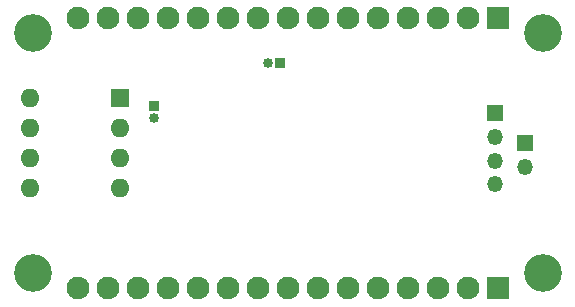
<source format=gbr>
%TF.GenerationSoftware,KiCad,Pcbnew,(7.0.0)*%
%TF.CreationDate,2023-08-26T23:12:35+05:30*%
%TF.ProjectId,sat-pcb,7361742d-7063-4622-9e6b-696361645f70,2.0.1*%
%TF.SameCoordinates,Original*%
%TF.FileFunction,Soldermask,Top*%
%TF.FilePolarity,Negative*%
%FSLAX46Y46*%
G04 Gerber Fmt 4.6, Leading zero omitted, Abs format (unit mm)*
G04 Created by KiCad (PCBNEW (7.0.0)) date 2023-08-26 23:12:35*
%MOMM*%
%LPD*%
G01*
G04 APERTURE LIST*
%ADD10C,3.200000*%
%ADD11R,1.930000X1.930000*%
%ADD12C,1.930000*%
%ADD13R,0.850000X0.850000*%
%ADD14O,0.850000X0.850000*%
%ADD15R,1.600000X1.600000*%
%ADD16O,1.600000X1.600000*%
%ADD17R,1.350000X1.350000*%
%ADD18O,1.350000X1.350000*%
G04 APERTURE END LIST*
D10*
%TO.C,A1*%
X166007500Y-83649000D03*
X122827500Y-83649000D03*
X166007500Y-103969000D03*
X122827500Y-103969000D03*
D11*
X162197499Y-82378999D03*
D12*
X159657500Y-82379000D03*
X157117500Y-82379000D03*
X154577500Y-82379000D03*
X152037500Y-82379000D03*
X149497500Y-82379000D03*
X146957500Y-82379000D03*
X144417500Y-82379000D03*
X141877500Y-82379000D03*
X139337500Y-82379000D03*
X136797500Y-82379000D03*
X134257500Y-82379000D03*
X131717500Y-82379000D03*
X129177500Y-82379000D03*
X126637500Y-82379000D03*
D11*
X162197499Y-105238999D03*
D12*
X159657500Y-105239000D03*
X157117500Y-105239000D03*
X154577500Y-105239000D03*
X152037500Y-105239000D03*
X149497500Y-105239000D03*
X146957500Y-105239000D03*
X144417500Y-105239000D03*
X141877500Y-105239000D03*
X139337500Y-105239000D03*
X136797500Y-105239000D03*
X134257500Y-105239000D03*
X131717500Y-105239000D03*
X129177500Y-105239000D03*
X126637500Y-105239000D03*
%TD*%
D13*
%TO.C,VIN1*%
X143777499Y-86128999D03*
D14*
X142777499Y-86128999D03*
%TD*%
D13*
%TO.C,J3*%
X133077499Y-89803999D03*
D14*
X133077499Y-90803999D03*
%TD*%
D15*
%TO.C,U1*%
X130247499Y-89168999D03*
D16*
X130247499Y-91708999D03*
X130247499Y-94248999D03*
X130247499Y-96788999D03*
X122627499Y-96788999D03*
X122627499Y-94248999D03*
X122627499Y-91708999D03*
X122627499Y-89168999D03*
%TD*%
D17*
%TO.C,Jbattery1*%
X164547499Y-92968999D03*
D18*
X164547499Y-94968999D03*
%TD*%
D17*
%TO.C,Jdisplay1*%
X162007499Y-90428999D03*
D18*
X162007499Y-92428999D03*
X162007499Y-94428999D03*
X162007499Y-96428999D03*
%TD*%
M02*

</source>
